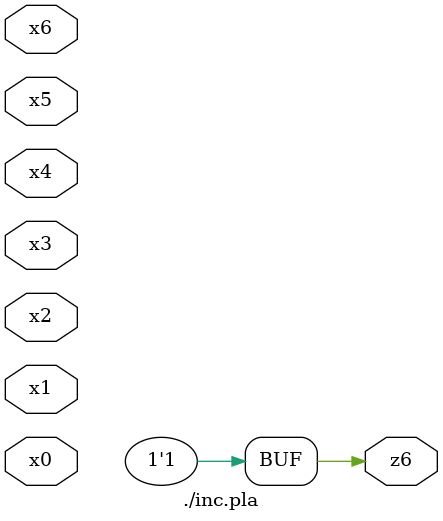
<source format=v>

module \./inc.pla  ( 
    x0, x1, x2, x3, x4, x5, x6,
    z6  );
  input  x0, x1, x2, x3, x4, x5, x6;
  output z6;
  assign z6 = 1'b1;
endmodule



</source>
